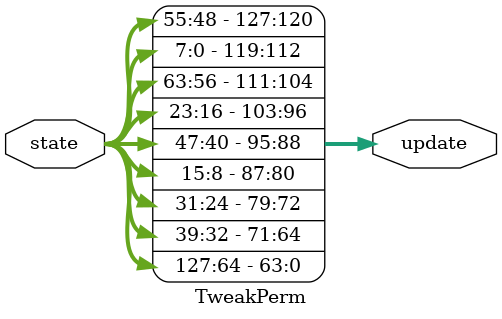
<source format=v>
`timescale 1ns / 1ps
module TweakPerm (
    state, 
    update
);

parameter W = 8;

input [128-1 : 0] state;
output [128-1 : 0] update;

assign update[W-1 : 0] = state[9*W-1 : 8*W];
assign update[2*W-1 : W] = state[10*W-1 : 9*W];
assign update[3*W-1 : 2*W] = state[11*W-1 : 10*W];
assign update[4*W-1 : 3*W] = state[12*W-1 : 11*W];

assign update[5*W-1 : 4*W] = state[13*W-1 : 12*W];
assign update[6*W-1 : 5*W] = state[14*W-1 : 13*W];
assign update[7*W-1 : 6*W] = state[15*W-1 : 14*W];
assign update[8*W-1 : 7*W] = state[16*W-1 : 15*W];

assign update[9*W-1 : 8*W] = state[5*W-1 : 4*W];
assign update[10*W-1 : 9*W] = state[4*W-1 : 3*W];
assign update[11*W-1 : 10*W] = state[2*W-1 : W];
assign update[12*W-1 : 11*W] = state[6*W-1 : 5*W];

assign update[13*W-1 : 12*W] = state[3*W-1 : 2*W];
assign update[14*W-1 : 13*W] = state[8*W-1 : 7*W];
assign update[15*W-1 : 14*W] = state[W-1 : 0];
assign update[16*W-1 : 15*W] = state[7*W-1 : 6*W];

endmodule
</source>
